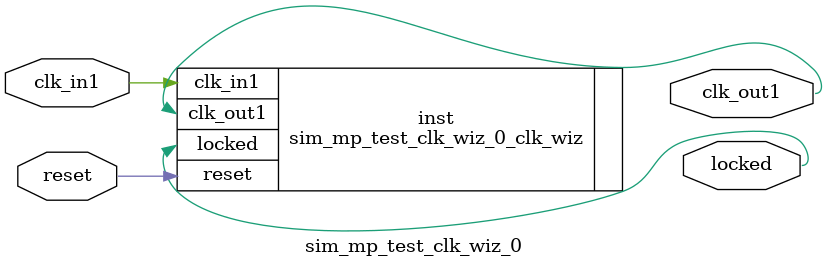
<source format=v>


`timescale 1ps/1ps

(* CORE_GENERATION_INFO = "sim_mp_test_clk_wiz_0,clk_wiz_v5_3_3_0,{component_name=sim_mp_test_clk_wiz_0,use_phase_alignment=true,use_min_o_jitter=false,use_max_i_jitter=false,use_dyn_phase_shift=false,use_inclk_switchover=false,use_dyn_reconfig=false,enable_axi=0,feedback_source=FDBK_AUTO,PRIMITIVE=MMCM,num_out_clk=1,clkin1_period=10.0,clkin2_period=10.0,use_power_down=false,use_reset=true,use_locked=true,use_inclk_stopped=false,feedback_type=SINGLE,CLOCK_MGR_TYPE=NA,manual_override=false}" *)

module sim_mp_test_clk_wiz_0 
 (
  // Clock out ports
  output        clk_out1,
  // Status and control signals
  input         reset,
  output        locked,
 // Clock in ports
  input         clk_in1
 );

  sim_mp_test_clk_wiz_0_clk_wiz inst
  (
  // Clock out ports  
  .clk_out1(clk_out1),
  // Status and control signals               
  .reset(reset), 
  .locked(locked),
 // Clock in ports
  .clk_in1(clk_in1)
  );

endmodule

</source>
